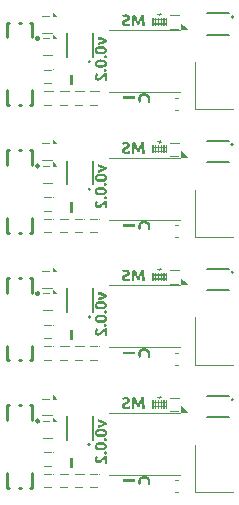
<source format=gbo>
G04 #@! TF.GenerationSoftware,KiCad,Pcbnew,9.0.0*
G04 #@! TF.CreationDate,2025-02-23T13:02:16-05:00*
G04 #@! TF.ProjectId,rp2350-decoder,72703233-3530-42d6-9465-636f6465722e,v0.0.2*
G04 #@! TF.SameCoordinates,Original*
G04 #@! TF.FileFunction,Legend,Bot*
G04 #@! TF.FilePolarity,Positive*
%FSLAX46Y46*%
G04 Gerber Fmt 4.6, Leading zero omitted, Abs format (unit mm)*
G04 Created by KiCad (PCBNEW 9.0.0) date 2025-02-23 13:02:16*
%MOMM*%
%LPD*%
G01*
G04 APERTURE LIST*
%ADD10C,0.200000*%
%ADD11C,0.180000*%
%ADD12C,0.120000*%
%ADD13C,0.100000*%
%ADD14C,0.250000*%
%ADD15C,0.225000*%
%ADD16C,0.150000*%
G04 APERTURE END LIST*
D10*
G36*
X35530844Y-43201129D02*
G01*
X35530844Y-43419360D01*
X36500000Y-43419360D01*
X36500000Y-43201129D01*
X35530844Y-43201129D01*
G37*
G36*
X37809539Y-54200689D02*
G01*
X37803514Y-54104666D01*
X37786505Y-54022563D01*
X37759669Y-53952262D01*
X37723530Y-53891995D01*
X37677953Y-53840431D01*
X37623902Y-53797831D01*
X37561015Y-53763817D01*
X37487944Y-53738454D01*
X37402984Y-53722358D01*
X37304139Y-53716661D01*
X37224594Y-53721104D01*
X37153348Y-53733883D01*
X37089328Y-53754397D01*
X37028617Y-53783241D01*
X36975677Y-53817751D01*
X36929715Y-53857956D01*
X36890000Y-53904305D01*
X36857144Y-53956319D01*
X36830980Y-54014637D01*
X36812529Y-54076109D01*
X36801249Y-54141671D01*
X36797397Y-54211925D01*
X36799782Y-54272031D01*
X36806495Y-54323849D01*
X36827500Y-54411959D01*
X36851985Y-54474913D01*
X36871585Y-54511305D01*
X37046280Y-54448352D01*
X37024747Y-54401258D01*
X37005675Y-54344121D01*
X36993300Y-54282370D01*
X36988883Y-54209116D01*
X36993095Y-54159353D01*
X37005797Y-54110442D01*
X37027666Y-54065136D01*
X37059958Y-54025079D01*
X37101605Y-53992367D01*
X37156372Y-53965606D01*
X37219117Y-53949274D01*
X37299926Y-53943257D01*
X37366131Y-53947027D01*
X37425956Y-53957912D01*
X37481028Y-53977507D01*
X37526584Y-54005478D01*
X37564019Y-54042974D01*
X37593445Y-54091574D01*
X37611495Y-54148261D01*
X37618053Y-54220290D01*
X37612496Y-54305592D01*
X37599185Y-54372758D01*
X37581660Y-54424538D01*
X37563464Y-54465143D01*
X37736755Y-54525288D01*
X37761742Y-54473730D01*
X37787130Y-54395168D01*
X37803579Y-54307615D01*
X37809539Y-54200689D01*
G37*
G36*
X37809539Y-32600689D02*
G01*
X37803514Y-32504666D01*
X37786505Y-32422563D01*
X37759669Y-32352262D01*
X37723530Y-32291995D01*
X37677953Y-32240431D01*
X37623902Y-32197831D01*
X37561015Y-32163817D01*
X37487944Y-32138454D01*
X37402984Y-32122358D01*
X37304139Y-32116661D01*
X37224594Y-32121104D01*
X37153348Y-32133883D01*
X37089328Y-32154397D01*
X37028617Y-32183241D01*
X36975677Y-32217751D01*
X36929715Y-32257956D01*
X36890000Y-32304305D01*
X36857144Y-32356319D01*
X36830980Y-32414637D01*
X36812529Y-32476109D01*
X36801249Y-32541671D01*
X36797397Y-32611925D01*
X36799782Y-32672031D01*
X36806495Y-32723849D01*
X36827500Y-32811959D01*
X36851985Y-32874913D01*
X36871585Y-32911305D01*
X37046280Y-32848352D01*
X37024747Y-32801258D01*
X37005675Y-32744121D01*
X36993300Y-32682370D01*
X36988883Y-32609116D01*
X36993095Y-32559353D01*
X37005797Y-32510442D01*
X37027666Y-32465136D01*
X37059958Y-32425079D01*
X37101605Y-32392367D01*
X37156372Y-32365606D01*
X37219117Y-32349274D01*
X37299926Y-32343257D01*
X37366131Y-32347027D01*
X37425956Y-32357912D01*
X37481028Y-32377507D01*
X37526584Y-32405478D01*
X37564019Y-32442974D01*
X37593445Y-32491574D01*
X37611495Y-32548261D01*
X37618053Y-32620290D01*
X37612496Y-32705592D01*
X37599185Y-32772758D01*
X37581660Y-32824538D01*
X37563464Y-32865143D01*
X37736755Y-32925288D01*
X37761742Y-32873730D01*
X37787130Y-32795168D01*
X37803579Y-32707615D01*
X37809539Y-32600689D01*
G37*
G36*
X35530844Y-21601129D02*
G01*
X35530844Y-21819360D01*
X36500000Y-21819360D01*
X36500000Y-21601129D01*
X35530844Y-21601129D01*
G37*
G36*
X35530844Y-32401129D02*
G01*
X35530844Y-32619360D01*
X36500000Y-32619360D01*
X36500000Y-32401129D01*
X35530844Y-32401129D01*
G37*
D11*
G36*
X38104816Y-15046552D02*
G01*
X38222358Y-15046552D01*
X38222358Y-14929071D01*
X38337030Y-14929071D01*
X38337030Y-15046552D01*
X38454572Y-15046552D01*
X38454572Y-14929071D01*
X38572113Y-14929071D01*
X38572113Y-15046552D01*
X38686785Y-15046552D01*
X38686785Y-14929071D01*
X38804327Y-14929071D01*
X38804327Y-15046552D01*
X38921869Y-15046552D01*
X38921869Y-14929071D01*
X39036541Y-14929071D01*
X39036541Y-15046552D01*
X39154083Y-15046552D01*
X39154083Y-14929071D01*
X39271625Y-14929071D01*
X39271625Y-15628583D01*
X39154083Y-15628583D01*
X39154083Y-15511041D01*
X39036541Y-15511041D01*
X39036541Y-15628583D01*
X38921869Y-15628583D01*
X38921869Y-15511041D01*
X38804327Y-15511041D01*
X38804327Y-15628583D01*
X38686785Y-15628583D01*
X38686785Y-15511041D01*
X38572113Y-15511041D01*
X38572113Y-15628583D01*
X38454572Y-15628583D01*
X38454572Y-15511041D01*
X38337030Y-15511041D01*
X38337030Y-15628583D01*
X38222358Y-15628583D01*
X38222358Y-15511041D01*
X38104816Y-15511041D01*
X38104816Y-15628583D01*
X37987274Y-15628583D01*
X37987274Y-15396308D01*
X38104816Y-15396308D01*
X38222358Y-15396308D01*
X38337030Y-15396308D01*
X38454572Y-15396308D01*
X38572113Y-15396308D01*
X38686785Y-15396308D01*
X38804327Y-15396308D01*
X38921869Y-15396308D01*
X39036541Y-15396308D01*
X39154083Y-15396308D01*
X39154083Y-15161285D01*
X39036541Y-15161285D01*
X39036541Y-15396308D01*
X38921869Y-15396308D01*
X38921869Y-15161285D01*
X38804327Y-15161285D01*
X38804327Y-15396308D01*
X38686785Y-15396308D01*
X38686785Y-15161285D01*
X38572113Y-15161285D01*
X38572113Y-15396308D01*
X38454572Y-15396308D01*
X38454572Y-15161285D01*
X38337030Y-15161285D01*
X38337030Y-15396308D01*
X38222358Y-15396308D01*
X38222358Y-15161285D01*
X38104816Y-15161285D01*
X38104816Y-15396308D01*
X37987274Y-15396308D01*
X37987274Y-14929071D01*
X38104816Y-14929071D01*
X38104816Y-15046552D01*
G37*
G36*
X38686785Y-14636652D02*
G01*
X38921869Y-14636652D01*
X38572113Y-14811530D01*
X38572113Y-14696796D01*
X38337030Y-14696796D01*
X38686785Y-14521919D01*
X38686785Y-14636652D01*
G37*
D10*
G36*
X34120000Y-38407739D02*
G01*
X33973704Y-38338206D01*
X33793203Y-38262964D01*
X33601273Y-38192678D01*
X33385317Y-38123745D01*
X33385317Y-38344785D01*
X33503347Y-38377636D01*
X33631819Y-38416837D01*
X33758215Y-38457442D01*
X33869895Y-38497315D01*
X33758215Y-38536455D01*
X33631819Y-38577732D01*
X33503347Y-38616872D01*
X33385317Y-38649783D01*
X33385317Y-38865206D01*
X33601273Y-38796273D01*
X33793203Y-38725987D01*
X33973704Y-38650745D01*
X34120000Y-38581212D01*
X34120000Y-38407739D01*
G37*
G36*
X33757789Y-38934082D02*
G01*
X33859636Y-38953093D01*
X33942175Y-38982203D01*
X34008686Y-39020178D01*
X34056401Y-39060851D01*
X34092532Y-39106081D01*
X34118274Y-39156433D01*
X34134064Y-39212923D01*
X34139539Y-39276938D01*
X34134063Y-39340954D01*
X34118273Y-39397437D01*
X34092530Y-39447776D01*
X34056400Y-39492988D01*
X34008686Y-39533637D01*
X33942171Y-39571639D01*
X33859630Y-39600768D01*
X33757785Y-39619790D01*
X33632796Y-39626694D01*
X33508559Y-39619804D01*
X33407156Y-39600803D01*
X33324813Y-39571678D01*
X33258311Y-39533637D01*
X33210571Y-39492984D01*
X33174424Y-39447771D01*
X33148671Y-39397432D01*
X33132874Y-39340950D01*
X33127397Y-39276938D01*
X33307159Y-39276938D01*
X33313241Y-39313327D01*
X33330912Y-39342639D01*
X33358481Y-39365768D01*
X33398018Y-39384649D01*
X33443555Y-39397538D01*
X33500722Y-39406997D01*
X33561706Y-39412172D01*
X33632796Y-39414019D01*
X33703921Y-39412178D01*
X33765542Y-39406997D01*
X33823309Y-39397523D01*
X33868979Y-39384649D01*
X33908464Y-39365772D01*
X33936024Y-39342639D01*
X33953695Y-39313327D01*
X33959776Y-39276938D01*
X33953672Y-39240661D01*
X33936024Y-39211908D01*
X33908558Y-39189202D01*
X33868979Y-39169899D01*
X33823272Y-39156511D01*
X33765542Y-39146818D01*
X33703922Y-39141682D01*
X33632796Y-39139857D01*
X33561706Y-39141688D01*
X33500722Y-39146818D01*
X33443593Y-39156495D01*
X33398018Y-39169899D01*
X33358386Y-39189206D01*
X33330912Y-39211908D01*
X33313263Y-39240661D01*
X33307159Y-39276938D01*
X33127397Y-39276938D01*
X33131260Y-39224612D01*
X33142522Y-39176833D01*
X33160980Y-39132835D01*
X33186433Y-39092433D01*
X33218873Y-39055682D01*
X33258982Y-39022315D01*
X33303579Y-38994799D01*
X33355956Y-38971149D01*
X33417191Y-38951668D01*
X33514784Y-38933673D01*
X33632796Y-38927182D01*
X33757789Y-38934082D01*
G37*
G36*
X34010579Y-39976083D02*
G01*
X34050775Y-39971270D01*
X34082087Y-39957871D01*
X34106627Y-39936211D01*
X34125039Y-39908209D01*
X34135882Y-39878379D01*
X34139539Y-39845963D01*
X34135882Y-39813546D01*
X34125039Y-39783717D01*
X34106627Y-39755715D01*
X34082087Y-39734055D01*
X34050775Y-39720656D01*
X34010579Y-39715842D01*
X33970384Y-39720657D01*
X33939095Y-39734057D01*
X33914591Y-39755715D01*
X33896143Y-39783721D01*
X33885281Y-39813550D01*
X33881618Y-39845963D01*
X33885281Y-39878376D01*
X33896143Y-39908205D01*
X33914591Y-39936211D01*
X33939095Y-39957869D01*
X33970384Y-39971268D01*
X34010579Y-39976083D01*
G37*
G36*
X33757789Y-40072254D02*
G01*
X33859636Y-40091265D01*
X33942175Y-40120374D01*
X34008686Y-40158349D01*
X34056401Y-40199023D01*
X34092532Y-40244253D01*
X34118274Y-40294605D01*
X34134064Y-40351095D01*
X34139539Y-40415110D01*
X34134063Y-40479125D01*
X34118273Y-40535609D01*
X34092530Y-40585948D01*
X34056400Y-40631159D01*
X34008686Y-40671809D01*
X33942171Y-40709811D01*
X33859630Y-40738939D01*
X33757785Y-40757962D01*
X33632796Y-40764865D01*
X33508559Y-40757975D01*
X33407156Y-40738975D01*
X33324813Y-40709849D01*
X33258311Y-40671809D01*
X33210571Y-40631156D01*
X33174424Y-40585943D01*
X33148671Y-40535604D01*
X33132874Y-40479122D01*
X33127397Y-40415110D01*
X33307159Y-40415110D01*
X33313241Y-40451499D01*
X33330912Y-40480811D01*
X33358481Y-40503940D01*
X33398018Y-40522821D01*
X33443555Y-40535710D01*
X33500722Y-40545169D01*
X33561706Y-40550343D01*
X33632796Y-40552191D01*
X33703921Y-40550349D01*
X33765542Y-40545169D01*
X33823309Y-40535694D01*
X33868979Y-40522821D01*
X33908464Y-40503943D01*
X33936024Y-40480811D01*
X33953695Y-40451499D01*
X33959776Y-40415110D01*
X33953672Y-40378833D01*
X33936024Y-40350080D01*
X33908558Y-40327374D01*
X33868979Y-40308070D01*
X33823272Y-40294683D01*
X33765542Y-40284989D01*
X33703922Y-40279854D01*
X33632796Y-40278028D01*
X33561706Y-40279860D01*
X33500722Y-40284989D01*
X33443593Y-40294667D01*
X33398018Y-40308070D01*
X33358386Y-40327377D01*
X33330912Y-40350080D01*
X33313263Y-40378833D01*
X33307159Y-40415110D01*
X33127397Y-40415110D01*
X33131260Y-40362784D01*
X33142522Y-40315004D01*
X33160980Y-40271006D01*
X33186433Y-40230605D01*
X33218873Y-40193853D01*
X33258982Y-40160487D01*
X33303579Y-40132971D01*
X33355956Y-40109320D01*
X33417191Y-40089839D01*
X33514784Y-40071845D01*
X33632796Y-40065354D01*
X33757789Y-40072254D01*
G37*
G36*
X34010579Y-41114255D02*
G01*
X34050775Y-41109442D01*
X34082087Y-41096043D01*
X34106627Y-41074382D01*
X34125039Y-41046380D01*
X34135882Y-41016551D01*
X34139539Y-40984134D01*
X34135882Y-40951718D01*
X34125039Y-40921889D01*
X34106627Y-40893887D01*
X34082087Y-40872226D01*
X34050775Y-40858827D01*
X34010579Y-40854014D01*
X33970384Y-40858829D01*
X33939095Y-40872229D01*
X33914591Y-40893887D01*
X33896143Y-40921893D01*
X33885281Y-40951722D01*
X33881618Y-40984134D01*
X33885281Y-41016547D01*
X33896143Y-41046376D01*
X33914591Y-41074382D01*
X33939095Y-41096040D01*
X33970384Y-41109440D01*
X34010579Y-41114255D01*
G37*
G36*
X33404307Y-41849853D02*
G01*
X33456373Y-41844606D01*
X33506400Y-41828848D01*
X33554149Y-41804939D01*
X33600800Y-41774321D01*
X33645107Y-41738862D01*
X33688239Y-41698728D01*
X33767923Y-41616235D01*
X33812009Y-41570745D01*
X33861652Y-41523911D01*
X33908485Y-41484038D01*
X33929742Y-41468989D01*
X33944145Y-41462362D01*
X33944145Y-41879284D01*
X34120000Y-41879284D01*
X34120000Y-41232896D01*
X34080860Y-41230087D01*
X34047276Y-41230087D01*
X33982062Y-41235658D01*
X33924178Y-41251764D01*
X33870074Y-41276841D01*
X33819947Y-41308489D01*
X33773340Y-41345644D01*
X33729699Y-41387502D01*
X33645741Y-41474940D01*
X33584863Y-41537894D01*
X33528932Y-41589674D01*
X33501079Y-41609982D01*
X33474344Y-41624661D01*
X33446638Y-41634150D01*
X33419084Y-41637240D01*
X33379704Y-41632762D01*
X33351821Y-41620812D01*
X33332377Y-41602252D01*
X33313760Y-41564071D01*
X33307159Y-41515485D01*
X33310191Y-41478632D01*
X33319066Y-41444838D01*
X33347093Y-41384693D01*
X33379272Y-41337798D01*
X33405101Y-41308428D01*
X33258921Y-41204930D01*
X33206981Y-41270981D01*
X33164460Y-41348301D01*
X33143955Y-41403909D01*
X33131584Y-41462238D01*
X33127397Y-41523911D01*
X33132659Y-41605935D01*
X33146997Y-41670762D01*
X33171222Y-41728090D01*
X33202196Y-41772184D01*
X33241611Y-41806743D01*
X33288902Y-41830924D01*
X33342069Y-41844921D01*
X33404307Y-41849853D01*
G37*
D11*
G36*
X37055744Y-25475844D02*
G01*
X36997737Y-25589966D01*
X36929165Y-25737001D01*
X36858518Y-25898750D01*
X36792756Y-26054211D01*
X36726993Y-25898750D01*
X36656346Y-25737001D01*
X36587775Y-25589966D01*
X36529706Y-25475844D01*
X36331076Y-25475844D01*
X36305186Y-25691938D01*
X36284242Y-25940882D01*
X36267450Y-26200268D01*
X36254139Y-26445000D01*
X36466753Y-26445000D01*
X36477988Y-26137376D01*
X36498932Y-25801786D01*
X36554924Y-25932334D01*
X36615802Y-26075460D01*
X36673810Y-26212297D01*
X36721376Y-26323855D01*
X36873905Y-26323855D01*
X36921472Y-26212297D01*
X36979540Y-26075460D01*
X37040418Y-25932334D01*
X37096350Y-25801786D01*
X37117355Y-26137376D01*
X37128529Y-26445000D01*
X37341142Y-26445000D01*
X37327831Y-26200268D01*
X37311100Y-25940882D01*
X37290095Y-25691938D01*
X37264206Y-25475844D01*
X37055744Y-25475844D01*
G37*
G36*
X35793375Y-26276960D02*
G01*
X35749248Y-26274846D01*
X35717171Y-26269328D01*
X35689033Y-26259801D01*
X35668872Y-26248384D01*
X35653249Y-26233632D01*
X35643715Y-26217060D01*
X35636693Y-26176577D01*
X35641503Y-26147237D01*
X35655908Y-26121378D01*
X35681451Y-26097869D01*
X35735118Y-26068448D01*
X35835324Y-26030092D01*
X35930456Y-25991624D01*
X35975801Y-25967013D01*
X36015819Y-25937096D01*
X36049891Y-25900987D01*
X36077368Y-25857412D01*
X36094806Y-25807227D01*
X36101121Y-25743351D01*
X36094640Y-25678599D01*
X36075964Y-25622329D01*
X36045521Y-25572518D01*
X36004584Y-25530737D01*
X35954512Y-25497838D01*
X35892660Y-25472669D01*
X35824417Y-25457700D01*
X35744404Y-25452397D01*
X35650070Y-25458034D01*
X35575144Y-25473401D01*
X35507389Y-25496474D01*
X35457602Y-25519563D01*
X35520556Y-25693098D01*
X35562604Y-25673698D01*
X35610804Y-25656095D01*
X35663233Y-25644320D01*
X35730360Y-25639975D01*
X35782732Y-25642990D01*
X35818910Y-25650709D01*
X35843017Y-25661591D01*
X35861934Y-25678406D01*
X35873257Y-25699949D01*
X35877273Y-25727780D01*
X35873980Y-25752706D01*
X35864694Y-25772416D01*
X35849972Y-25789235D01*
X35829035Y-25805205D01*
X35775912Y-25831706D01*
X35709417Y-25856191D01*
X35577953Y-25911451D01*
X35525629Y-25941704D01*
X35484896Y-25975076D01*
X35452572Y-26014533D01*
X35429636Y-26060378D01*
X35416342Y-26112284D01*
X35411440Y-26179202D01*
X35417817Y-26245380D01*
X35435949Y-26301266D01*
X35465289Y-26348932D01*
X35506573Y-26389740D01*
X35555229Y-26420086D01*
X35617176Y-26443486D01*
X35695381Y-26458898D01*
X35793375Y-26464539D01*
X35856174Y-26462509D01*
X35909513Y-26456845D01*
X36001104Y-26437978D01*
X36069675Y-26414164D01*
X36117913Y-26390350D01*
X36056364Y-26215411D01*
X36010023Y-26237123D01*
X35949385Y-26258093D01*
X35881920Y-26271824D01*
X35793375Y-26276960D01*
G37*
D10*
G36*
X34120000Y-49207739D02*
G01*
X33973704Y-49138206D01*
X33793203Y-49062964D01*
X33601273Y-48992678D01*
X33385317Y-48923745D01*
X33385317Y-49144785D01*
X33503347Y-49177636D01*
X33631819Y-49216837D01*
X33758215Y-49257442D01*
X33869895Y-49297315D01*
X33758215Y-49336455D01*
X33631819Y-49377732D01*
X33503347Y-49416872D01*
X33385317Y-49449783D01*
X33385317Y-49665206D01*
X33601273Y-49596273D01*
X33793203Y-49525987D01*
X33973704Y-49450745D01*
X34120000Y-49381212D01*
X34120000Y-49207739D01*
G37*
G36*
X33757789Y-49734082D02*
G01*
X33859636Y-49753093D01*
X33942175Y-49782203D01*
X34008686Y-49820178D01*
X34056401Y-49860851D01*
X34092532Y-49906081D01*
X34118274Y-49956433D01*
X34134064Y-50012923D01*
X34139539Y-50076938D01*
X34134063Y-50140954D01*
X34118273Y-50197437D01*
X34092530Y-50247776D01*
X34056400Y-50292988D01*
X34008686Y-50333637D01*
X33942171Y-50371639D01*
X33859630Y-50400768D01*
X33757785Y-50419790D01*
X33632796Y-50426694D01*
X33508559Y-50419804D01*
X33407156Y-50400803D01*
X33324813Y-50371678D01*
X33258311Y-50333637D01*
X33210571Y-50292984D01*
X33174424Y-50247771D01*
X33148671Y-50197432D01*
X33132874Y-50140950D01*
X33127397Y-50076938D01*
X33307159Y-50076938D01*
X33313241Y-50113327D01*
X33330912Y-50142639D01*
X33358481Y-50165768D01*
X33398018Y-50184649D01*
X33443555Y-50197538D01*
X33500722Y-50206997D01*
X33561706Y-50212172D01*
X33632796Y-50214019D01*
X33703921Y-50212178D01*
X33765542Y-50206997D01*
X33823309Y-50197523D01*
X33868979Y-50184649D01*
X33908464Y-50165772D01*
X33936024Y-50142639D01*
X33953695Y-50113327D01*
X33959776Y-50076938D01*
X33953672Y-50040661D01*
X33936024Y-50011908D01*
X33908558Y-49989202D01*
X33868979Y-49969899D01*
X33823272Y-49956511D01*
X33765542Y-49946818D01*
X33703922Y-49941682D01*
X33632796Y-49939857D01*
X33561706Y-49941688D01*
X33500722Y-49946818D01*
X33443593Y-49956495D01*
X33398018Y-49969899D01*
X33358386Y-49989206D01*
X33330912Y-50011908D01*
X33313263Y-50040661D01*
X33307159Y-50076938D01*
X33127397Y-50076938D01*
X33131260Y-50024612D01*
X33142522Y-49976833D01*
X33160980Y-49932835D01*
X33186433Y-49892433D01*
X33218873Y-49855682D01*
X33258982Y-49822315D01*
X33303579Y-49794799D01*
X33355956Y-49771149D01*
X33417191Y-49751668D01*
X33514784Y-49733673D01*
X33632796Y-49727182D01*
X33757789Y-49734082D01*
G37*
G36*
X34010579Y-50776083D02*
G01*
X34050775Y-50771270D01*
X34082087Y-50757871D01*
X34106627Y-50736211D01*
X34125039Y-50708209D01*
X34135882Y-50678379D01*
X34139539Y-50645963D01*
X34135882Y-50613546D01*
X34125039Y-50583717D01*
X34106627Y-50555715D01*
X34082087Y-50534055D01*
X34050775Y-50520656D01*
X34010579Y-50515842D01*
X33970384Y-50520657D01*
X33939095Y-50534057D01*
X33914591Y-50555715D01*
X33896143Y-50583721D01*
X33885281Y-50613550D01*
X33881618Y-50645963D01*
X33885281Y-50678376D01*
X33896143Y-50708205D01*
X33914591Y-50736211D01*
X33939095Y-50757869D01*
X33970384Y-50771268D01*
X34010579Y-50776083D01*
G37*
G36*
X33757789Y-50872254D02*
G01*
X33859636Y-50891265D01*
X33942175Y-50920374D01*
X34008686Y-50958349D01*
X34056401Y-50999023D01*
X34092532Y-51044253D01*
X34118274Y-51094605D01*
X34134064Y-51151095D01*
X34139539Y-51215110D01*
X34134063Y-51279125D01*
X34118273Y-51335609D01*
X34092530Y-51385948D01*
X34056400Y-51431159D01*
X34008686Y-51471809D01*
X33942171Y-51509811D01*
X33859630Y-51538939D01*
X33757785Y-51557962D01*
X33632796Y-51564865D01*
X33508559Y-51557975D01*
X33407156Y-51538975D01*
X33324813Y-51509849D01*
X33258311Y-51471809D01*
X33210571Y-51431156D01*
X33174424Y-51385943D01*
X33148671Y-51335604D01*
X33132874Y-51279122D01*
X33127397Y-51215110D01*
X33307159Y-51215110D01*
X33313241Y-51251499D01*
X33330912Y-51280811D01*
X33358481Y-51303940D01*
X33398018Y-51322821D01*
X33443555Y-51335710D01*
X33500722Y-51345169D01*
X33561706Y-51350343D01*
X33632796Y-51352191D01*
X33703921Y-51350349D01*
X33765542Y-51345169D01*
X33823309Y-51335694D01*
X33868979Y-51322821D01*
X33908464Y-51303943D01*
X33936024Y-51280811D01*
X33953695Y-51251499D01*
X33959776Y-51215110D01*
X33953672Y-51178833D01*
X33936024Y-51150080D01*
X33908558Y-51127374D01*
X33868979Y-51108070D01*
X33823272Y-51094683D01*
X33765542Y-51084989D01*
X33703922Y-51079854D01*
X33632796Y-51078028D01*
X33561706Y-51079860D01*
X33500722Y-51084989D01*
X33443593Y-51094667D01*
X33398018Y-51108070D01*
X33358386Y-51127377D01*
X33330912Y-51150080D01*
X33313263Y-51178833D01*
X33307159Y-51215110D01*
X33127397Y-51215110D01*
X33131260Y-51162784D01*
X33142522Y-51115004D01*
X33160980Y-51071006D01*
X33186433Y-51030605D01*
X33218873Y-50993853D01*
X33258982Y-50960487D01*
X33303579Y-50932971D01*
X33355956Y-50909320D01*
X33417191Y-50889839D01*
X33514784Y-50871845D01*
X33632796Y-50865354D01*
X33757789Y-50872254D01*
G37*
G36*
X34010579Y-51914255D02*
G01*
X34050775Y-51909442D01*
X34082087Y-51896043D01*
X34106627Y-51874382D01*
X34125039Y-51846380D01*
X34135882Y-51816551D01*
X34139539Y-51784134D01*
X34135882Y-51751718D01*
X34125039Y-51721889D01*
X34106627Y-51693887D01*
X34082087Y-51672226D01*
X34050775Y-51658827D01*
X34010579Y-51654014D01*
X33970384Y-51658829D01*
X33939095Y-51672229D01*
X33914591Y-51693887D01*
X33896143Y-51721893D01*
X33885281Y-51751722D01*
X33881618Y-51784134D01*
X33885281Y-51816547D01*
X33896143Y-51846376D01*
X33914591Y-51874382D01*
X33939095Y-51896040D01*
X33970384Y-51909440D01*
X34010579Y-51914255D01*
G37*
G36*
X33404307Y-52649853D02*
G01*
X33456373Y-52644606D01*
X33506400Y-52628848D01*
X33554149Y-52604939D01*
X33600800Y-52574321D01*
X33645107Y-52538862D01*
X33688239Y-52498728D01*
X33767923Y-52416235D01*
X33812009Y-52370745D01*
X33861652Y-52323911D01*
X33908485Y-52284038D01*
X33929742Y-52268989D01*
X33944145Y-52262362D01*
X33944145Y-52679284D01*
X34120000Y-52679284D01*
X34120000Y-52032896D01*
X34080860Y-52030087D01*
X34047276Y-52030087D01*
X33982062Y-52035658D01*
X33924178Y-52051764D01*
X33870074Y-52076841D01*
X33819947Y-52108489D01*
X33773340Y-52145644D01*
X33729699Y-52187502D01*
X33645741Y-52274940D01*
X33584863Y-52337894D01*
X33528932Y-52389674D01*
X33501079Y-52409982D01*
X33474344Y-52424661D01*
X33446638Y-52434150D01*
X33419084Y-52437240D01*
X33379704Y-52432762D01*
X33351821Y-52420812D01*
X33332377Y-52402252D01*
X33313760Y-52364071D01*
X33307159Y-52315485D01*
X33310191Y-52278632D01*
X33319066Y-52244838D01*
X33347093Y-52184693D01*
X33379272Y-52137798D01*
X33405101Y-52108428D01*
X33258921Y-52004930D01*
X33206981Y-52070981D01*
X33164460Y-52148301D01*
X33143955Y-52203909D01*
X33131584Y-52262238D01*
X33127397Y-52323911D01*
X33132659Y-52405935D01*
X33146997Y-52470762D01*
X33171222Y-52528090D01*
X33202196Y-52572184D01*
X33241611Y-52606743D01*
X33288902Y-52630924D01*
X33342069Y-52644921D01*
X33404307Y-52649853D01*
G37*
G36*
X34120000Y-16807739D02*
G01*
X33973704Y-16738206D01*
X33793203Y-16662964D01*
X33601273Y-16592678D01*
X33385317Y-16523745D01*
X33385317Y-16744785D01*
X33503347Y-16777636D01*
X33631819Y-16816837D01*
X33758215Y-16857442D01*
X33869895Y-16897315D01*
X33758215Y-16936455D01*
X33631819Y-16977732D01*
X33503347Y-17016872D01*
X33385317Y-17049783D01*
X33385317Y-17265206D01*
X33601273Y-17196273D01*
X33793203Y-17125987D01*
X33973704Y-17050745D01*
X34120000Y-16981212D01*
X34120000Y-16807739D01*
G37*
G36*
X33757789Y-17334082D02*
G01*
X33859636Y-17353093D01*
X33942175Y-17382203D01*
X34008686Y-17420178D01*
X34056401Y-17460851D01*
X34092532Y-17506081D01*
X34118274Y-17556433D01*
X34134064Y-17612923D01*
X34139539Y-17676938D01*
X34134063Y-17740954D01*
X34118273Y-17797437D01*
X34092530Y-17847776D01*
X34056400Y-17892988D01*
X34008686Y-17933637D01*
X33942171Y-17971639D01*
X33859630Y-18000768D01*
X33757785Y-18019790D01*
X33632796Y-18026694D01*
X33508559Y-18019804D01*
X33407156Y-18000803D01*
X33324813Y-17971678D01*
X33258311Y-17933637D01*
X33210571Y-17892984D01*
X33174424Y-17847771D01*
X33148671Y-17797432D01*
X33132874Y-17740950D01*
X33127397Y-17676938D01*
X33307159Y-17676938D01*
X33313241Y-17713327D01*
X33330912Y-17742639D01*
X33358481Y-17765768D01*
X33398018Y-17784649D01*
X33443555Y-17797538D01*
X33500722Y-17806997D01*
X33561706Y-17812172D01*
X33632796Y-17814019D01*
X33703921Y-17812178D01*
X33765542Y-17806997D01*
X33823309Y-17797523D01*
X33868979Y-17784649D01*
X33908464Y-17765772D01*
X33936024Y-17742639D01*
X33953695Y-17713327D01*
X33959776Y-17676938D01*
X33953672Y-17640661D01*
X33936024Y-17611908D01*
X33908558Y-17589202D01*
X33868979Y-17569899D01*
X33823272Y-17556511D01*
X33765542Y-17546818D01*
X33703922Y-17541682D01*
X33632796Y-17539857D01*
X33561706Y-17541688D01*
X33500722Y-17546818D01*
X33443593Y-17556495D01*
X33398018Y-17569899D01*
X33358386Y-17589206D01*
X33330912Y-17611908D01*
X33313263Y-17640661D01*
X33307159Y-17676938D01*
X33127397Y-17676938D01*
X33131260Y-17624612D01*
X33142522Y-17576833D01*
X33160980Y-17532835D01*
X33186433Y-17492433D01*
X33218873Y-17455682D01*
X33258982Y-17422315D01*
X33303579Y-17394799D01*
X33355956Y-17371149D01*
X33417191Y-17351668D01*
X33514784Y-17333673D01*
X33632796Y-17327182D01*
X33757789Y-17334082D01*
G37*
G36*
X34010579Y-18376083D02*
G01*
X34050775Y-18371270D01*
X34082087Y-18357871D01*
X34106627Y-18336211D01*
X34125039Y-18308209D01*
X34135882Y-18278379D01*
X34139539Y-18245963D01*
X34135882Y-18213546D01*
X34125039Y-18183717D01*
X34106627Y-18155715D01*
X34082087Y-18134055D01*
X34050775Y-18120656D01*
X34010579Y-18115842D01*
X33970384Y-18120657D01*
X33939095Y-18134057D01*
X33914591Y-18155715D01*
X33896143Y-18183721D01*
X33885281Y-18213550D01*
X33881618Y-18245963D01*
X33885281Y-18278376D01*
X33896143Y-18308205D01*
X33914591Y-18336211D01*
X33939095Y-18357869D01*
X33970384Y-18371268D01*
X34010579Y-18376083D01*
G37*
G36*
X33757789Y-18472254D02*
G01*
X33859636Y-18491265D01*
X33942175Y-18520374D01*
X34008686Y-18558349D01*
X34056401Y-18599023D01*
X34092532Y-18644253D01*
X34118274Y-18694605D01*
X34134064Y-18751095D01*
X34139539Y-18815110D01*
X34134063Y-18879125D01*
X34118273Y-18935609D01*
X34092530Y-18985948D01*
X34056400Y-19031159D01*
X34008686Y-19071809D01*
X33942171Y-19109811D01*
X33859630Y-19138939D01*
X33757785Y-19157962D01*
X33632796Y-19164865D01*
X33508559Y-19157975D01*
X33407156Y-19138975D01*
X33324813Y-19109849D01*
X33258311Y-19071809D01*
X33210571Y-19031156D01*
X33174424Y-18985943D01*
X33148671Y-18935604D01*
X33132874Y-18879122D01*
X33127397Y-18815110D01*
X33307159Y-18815110D01*
X33313241Y-18851499D01*
X33330912Y-18880811D01*
X33358481Y-18903940D01*
X33398018Y-18922821D01*
X33443555Y-18935710D01*
X33500722Y-18945169D01*
X33561706Y-18950343D01*
X33632796Y-18952191D01*
X33703921Y-18950349D01*
X33765542Y-18945169D01*
X33823309Y-18935694D01*
X33868979Y-18922821D01*
X33908464Y-18903943D01*
X33936024Y-18880811D01*
X33953695Y-18851499D01*
X33959776Y-18815110D01*
X33953672Y-18778833D01*
X33936024Y-18750080D01*
X33908558Y-18727374D01*
X33868979Y-18708070D01*
X33823272Y-18694683D01*
X33765542Y-18684989D01*
X33703922Y-18679854D01*
X33632796Y-18678028D01*
X33561706Y-18679860D01*
X33500722Y-18684989D01*
X33443593Y-18694667D01*
X33398018Y-18708070D01*
X33358386Y-18727377D01*
X33330912Y-18750080D01*
X33313263Y-18778833D01*
X33307159Y-18815110D01*
X33127397Y-18815110D01*
X33131260Y-18762784D01*
X33142522Y-18715004D01*
X33160980Y-18671006D01*
X33186433Y-18630605D01*
X33218873Y-18593853D01*
X33258982Y-18560487D01*
X33303579Y-18532971D01*
X33355956Y-18509320D01*
X33417191Y-18489839D01*
X33514784Y-18471845D01*
X33632796Y-18465354D01*
X33757789Y-18472254D01*
G37*
G36*
X34010579Y-19514255D02*
G01*
X34050775Y-19509442D01*
X34082087Y-19496043D01*
X34106627Y-19474382D01*
X34125039Y-19446380D01*
X34135882Y-19416551D01*
X34139539Y-19384134D01*
X34135882Y-19351718D01*
X34125039Y-19321889D01*
X34106627Y-19293887D01*
X34082087Y-19272226D01*
X34050775Y-19258827D01*
X34010579Y-19254014D01*
X33970384Y-19258829D01*
X33939095Y-19272229D01*
X33914591Y-19293887D01*
X33896143Y-19321893D01*
X33885281Y-19351722D01*
X33881618Y-19384134D01*
X33885281Y-19416547D01*
X33896143Y-19446376D01*
X33914591Y-19474382D01*
X33939095Y-19496040D01*
X33970384Y-19509440D01*
X34010579Y-19514255D01*
G37*
G36*
X33404307Y-20249853D02*
G01*
X33456373Y-20244606D01*
X33506400Y-20228848D01*
X33554149Y-20204939D01*
X33600800Y-20174321D01*
X33645107Y-20138862D01*
X33688239Y-20098728D01*
X33767923Y-20016235D01*
X33812009Y-19970745D01*
X33861652Y-19923911D01*
X33908485Y-19884038D01*
X33929742Y-19868989D01*
X33944145Y-19862362D01*
X33944145Y-20279284D01*
X34120000Y-20279284D01*
X34120000Y-19632896D01*
X34080860Y-19630087D01*
X34047276Y-19630087D01*
X33982062Y-19635658D01*
X33924178Y-19651764D01*
X33870074Y-19676841D01*
X33819947Y-19708489D01*
X33773340Y-19745644D01*
X33729699Y-19787502D01*
X33645741Y-19874940D01*
X33584863Y-19937894D01*
X33528932Y-19989674D01*
X33501079Y-20009982D01*
X33474344Y-20024661D01*
X33446638Y-20034150D01*
X33419084Y-20037240D01*
X33379704Y-20032762D01*
X33351821Y-20020812D01*
X33332377Y-20002252D01*
X33313760Y-19964071D01*
X33307159Y-19915485D01*
X33310191Y-19878632D01*
X33319066Y-19844838D01*
X33347093Y-19784693D01*
X33379272Y-19737798D01*
X33405101Y-19708428D01*
X33258921Y-19604930D01*
X33206981Y-19670981D01*
X33164460Y-19748301D01*
X33143955Y-19803909D01*
X33131584Y-19862238D01*
X33127397Y-19923911D01*
X33132659Y-20005935D01*
X33146997Y-20070762D01*
X33171222Y-20128090D01*
X33202196Y-20172184D01*
X33241611Y-20206743D01*
X33288902Y-20230924D01*
X33342069Y-20244921D01*
X33404307Y-20249853D01*
G37*
D11*
G36*
X37055744Y-36275844D02*
G01*
X36997737Y-36389966D01*
X36929165Y-36537001D01*
X36858518Y-36698750D01*
X36792756Y-36854211D01*
X36726993Y-36698750D01*
X36656346Y-36537001D01*
X36587775Y-36389966D01*
X36529706Y-36275844D01*
X36331076Y-36275844D01*
X36305186Y-36491938D01*
X36284242Y-36740882D01*
X36267450Y-37000268D01*
X36254139Y-37245000D01*
X36466753Y-37245000D01*
X36477988Y-36937376D01*
X36498932Y-36601786D01*
X36554924Y-36732334D01*
X36615802Y-36875460D01*
X36673810Y-37012297D01*
X36721376Y-37123855D01*
X36873905Y-37123855D01*
X36921472Y-37012297D01*
X36979540Y-36875460D01*
X37040418Y-36732334D01*
X37096350Y-36601786D01*
X37117355Y-36937376D01*
X37128529Y-37245000D01*
X37341142Y-37245000D01*
X37327831Y-37000268D01*
X37311100Y-36740882D01*
X37290095Y-36491938D01*
X37264206Y-36275844D01*
X37055744Y-36275844D01*
G37*
G36*
X35793375Y-37076960D02*
G01*
X35749248Y-37074846D01*
X35717171Y-37069328D01*
X35689033Y-37059801D01*
X35668872Y-37048384D01*
X35653249Y-37033632D01*
X35643715Y-37017060D01*
X35636693Y-36976577D01*
X35641503Y-36947237D01*
X35655908Y-36921378D01*
X35681451Y-36897869D01*
X35735118Y-36868448D01*
X35835324Y-36830092D01*
X35930456Y-36791624D01*
X35975801Y-36767013D01*
X36015819Y-36737096D01*
X36049891Y-36700987D01*
X36077368Y-36657412D01*
X36094806Y-36607227D01*
X36101121Y-36543351D01*
X36094640Y-36478599D01*
X36075964Y-36422329D01*
X36045521Y-36372518D01*
X36004584Y-36330737D01*
X35954512Y-36297838D01*
X35892660Y-36272669D01*
X35824417Y-36257700D01*
X35744404Y-36252397D01*
X35650070Y-36258034D01*
X35575144Y-36273401D01*
X35507389Y-36296474D01*
X35457602Y-36319563D01*
X35520556Y-36493098D01*
X35562604Y-36473698D01*
X35610804Y-36456095D01*
X35663233Y-36444320D01*
X35730360Y-36439975D01*
X35782732Y-36442990D01*
X35818910Y-36450709D01*
X35843017Y-36461591D01*
X35861934Y-36478406D01*
X35873257Y-36499949D01*
X35877273Y-36527780D01*
X35873980Y-36552706D01*
X35864694Y-36572416D01*
X35849972Y-36589235D01*
X35829035Y-36605205D01*
X35775912Y-36631706D01*
X35709417Y-36656191D01*
X35577953Y-36711451D01*
X35525629Y-36741704D01*
X35484896Y-36775076D01*
X35452572Y-36814533D01*
X35429636Y-36860378D01*
X35416342Y-36912284D01*
X35411440Y-36979202D01*
X35417817Y-37045380D01*
X35435949Y-37101266D01*
X35465289Y-37148932D01*
X35506573Y-37189740D01*
X35555229Y-37220086D01*
X35617176Y-37243486D01*
X35695381Y-37258898D01*
X35793375Y-37264539D01*
X35856174Y-37262509D01*
X35909513Y-37256845D01*
X36001104Y-37237978D01*
X36069675Y-37214164D01*
X36117913Y-37190350D01*
X36056364Y-37015411D01*
X36010023Y-37037123D01*
X35949385Y-37058093D01*
X35881920Y-37071824D01*
X35793375Y-37076960D01*
G37*
G36*
X38104816Y-36646552D02*
G01*
X38222358Y-36646552D01*
X38222358Y-36529071D01*
X38337030Y-36529071D01*
X38337030Y-36646552D01*
X38454572Y-36646552D01*
X38454572Y-36529071D01*
X38572113Y-36529071D01*
X38572113Y-36646552D01*
X38686785Y-36646552D01*
X38686785Y-36529071D01*
X38804327Y-36529071D01*
X38804327Y-36646552D01*
X38921869Y-36646552D01*
X38921869Y-36529071D01*
X39036541Y-36529071D01*
X39036541Y-36646552D01*
X39154083Y-36646552D01*
X39154083Y-36529071D01*
X39271625Y-36529071D01*
X39271625Y-37228583D01*
X39154083Y-37228583D01*
X39154083Y-37111041D01*
X39036541Y-37111041D01*
X39036541Y-37228583D01*
X38921869Y-37228583D01*
X38921869Y-37111041D01*
X38804327Y-37111041D01*
X38804327Y-37228583D01*
X38686785Y-37228583D01*
X38686785Y-37111041D01*
X38572113Y-37111041D01*
X38572113Y-37228583D01*
X38454572Y-37228583D01*
X38454572Y-37111041D01*
X38337030Y-37111041D01*
X38337030Y-37228583D01*
X38222358Y-37228583D01*
X38222358Y-37111041D01*
X38104816Y-37111041D01*
X38104816Y-37228583D01*
X37987274Y-37228583D01*
X37987274Y-36996308D01*
X38104816Y-36996308D01*
X38222358Y-36996308D01*
X38337030Y-36996308D01*
X38454572Y-36996308D01*
X38572113Y-36996308D01*
X38686785Y-36996308D01*
X38804327Y-36996308D01*
X38921869Y-36996308D01*
X39036541Y-36996308D01*
X39154083Y-36996308D01*
X39154083Y-36761285D01*
X39036541Y-36761285D01*
X39036541Y-36996308D01*
X38921869Y-36996308D01*
X38921869Y-36761285D01*
X38804327Y-36761285D01*
X38804327Y-36996308D01*
X38686785Y-36996308D01*
X38686785Y-36761285D01*
X38572113Y-36761285D01*
X38572113Y-36996308D01*
X38454572Y-36996308D01*
X38454572Y-36761285D01*
X38337030Y-36761285D01*
X38337030Y-36996308D01*
X38222358Y-36996308D01*
X38222358Y-36761285D01*
X38104816Y-36761285D01*
X38104816Y-36996308D01*
X37987274Y-36996308D01*
X37987274Y-36529071D01*
X38104816Y-36529071D01*
X38104816Y-36646552D01*
G37*
G36*
X38686785Y-36236652D02*
G01*
X38921869Y-36236652D01*
X38572113Y-36411530D01*
X38572113Y-36296796D01*
X38337030Y-36296796D01*
X38686785Y-36121919D01*
X38686785Y-36236652D01*
G37*
G36*
X38104816Y-25846552D02*
G01*
X38222358Y-25846552D01*
X38222358Y-25729071D01*
X38337030Y-25729071D01*
X38337030Y-25846552D01*
X38454572Y-25846552D01*
X38454572Y-25729071D01*
X38572113Y-25729071D01*
X38572113Y-25846552D01*
X38686785Y-25846552D01*
X38686785Y-25729071D01*
X38804327Y-25729071D01*
X38804327Y-25846552D01*
X38921869Y-25846552D01*
X38921869Y-25729071D01*
X39036541Y-25729071D01*
X39036541Y-25846552D01*
X39154083Y-25846552D01*
X39154083Y-25729071D01*
X39271625Y-25729071D01*
X39271625Y-26428583D01*
X39154083Y-26428583D01*
X39154083Y-26311041D01*
X39036541Y-26311041D01*
X39036541Y-26428583D01*
X38921869Y-26428583D01*
X38921869Y-26311041D01*
X38804327Y-26311041D01*
X38804327Y-26428583D01*
X38686785Y-26428583D01*
X38686785Y-26311041D01*
X38572113Y-26311041D01*
X38572113Y-26428583D01*
X38454572Y-26428583D01*
X38454572Y-26311041D01*
X38337030Y-26311041D01*
X38337030Y-26428583D01*
X38222358Y-26428583D01*
X38222358Y-26311041D01*
X38104816Y-26311041D01*
X38104816Y-26428583D01*
X37987274Y-26428583D01*
X37987274Y-26196308D01*
X38104816Y-26196308D01*
X38222358Y-26196308D01*
X38337030Y-26196308D01*
X38454572Y-26196308D01*
X38572113Y-26196308D01*
X38686785Y-26196308D01*
X38804327Y-26196308D01*
X38921869Y-26196308D01*
X39036541Y-26196308D01*
X39154083Y-26196308D01*
X39154083Y-25961285D01*
X39036541Y-25961285D01*
X39036541Y-26196308D01*
X38921869Y-26196308D01*
X38921869Y-25961285D01*
X38804327Y-25961285D01*
X38804327Y-26196308D01*
X38686785Y-26196308D01*
X38686785Y-25961285D01*
X38572113Y-25961285D01*
X38572113Y-26196308D01*
X38454572Y-26196308D01*
X38454572Y-25961285D01*
X38337030Y-25961285D01*
X38337030Y-26196308D01*
X38222358Y-26196308D01*
X38222358Y-25961285D01*
X38104816Y-25961285D01*
X38104816Y-26196308D01*
X37987274Y-26196308D01*
X37987274Y-25729071D01*
X38104816Y-25729071D01*
X38104816Y-25846552D01*
G37*
G36*
X38686785Y-25436652D02*
G01*
X38921869Y-25436652D01*
X38572113Y-25611530D01*
X38572113Y-25496796D01*
X38337030Y-25496796D01*
X38686785Y-25321919D01*
X38686785Y-25436652D01*
G37*
D10*
G36*
X37809539Y-43400689D02*
G01*
X37803514Y-43304666D01*
X37786505Y-43222563D01*
X37759669Y-43152262D01*
X37723530Y-43091995D01*
X37677953Y-43040431D01*
X37623902Y-42997831D01*
X37561015Y-42963817D01*
X37487944Y-42938454D01*
X37402984Y-42922358D01*
X37304139Y-42916661D01*
X37224594Y-42921104D01*
X37153348Y-42933883D01*
X37089328Y-42954397D01*
X37028617Y-42983241D01*
X36975677Y-43017751D01*
X36929715Y-43057956D01*
X36890000Y-43104305D01*
X36857144Y-43156319D01*
X36830980Y-43214637D01*
X36812529Y-43276109D01*
X36801249Y-43341671D01*
X36797397Y-43411925D01*
X36799782Y-43472031D01*
X36806495Y-43523849D01*
X36827500Y-43611959D01*
X36851985Y-43674913D01*
X36871585Y-43711305D01*
X37046280Y-43648352D01*
X37024747Y-43601258D01*
X37005675Y-43544121D01*
X36993300Y-43482370D01*
X36988883Y-43409116D01*
X36993095Y-43359353D01*
X37005797Y-43310442D01*
X37027666Y-43265136D01*
X37059958Y-43225079D01*
X37101605Y-43192367D01*
X37156372Y-43165606D01*
X37219117Y-43149274D01*
X37299926Y-43143257D01*
X37366131Y-43147027D01*
X37425956Y-43157912D01*
X37481028Y-43177507D01*
X37526584Y-43205478D01*
X37564019Y-43242974D01*
X37593445Y-43291574D01*
X37611495Y-43348261D01*
X37618053Y-43420290D01*
X37612496Y-43505592D01*
X37599185Y-43572758D01*
X37581660Y-43624538D01*
X37563464Y-43665143D01*
X37736755Y-43725288D01*
X37761742Y-43673730D01*
X37787130Y-43595168D01*
X37803579Y-43507615D01*
X37809539Y-43400689D01*
G37*
D11*
G36*
X37055744Y-47075844D02*
G01*
X36997737Y-47189966D01*
X36929165Y-47337001D01*
X36858518Y-47498750D01*
X36792756Y-47654211D01*
X36726993Y-47498750D01*
X36656346Y-47337001D01*
X36587775Y-47189966D01*
X36529706Y-47075844D01*
X36331076Y-47075844D01*
X36305186Y-47291938D01*
X36284242Y-47540882D01*
X36267450Y-47800268D01*
X36254139Y-48045000D01*
X36466753Y-48045000D01*
X36477988Y-47737376D01*
X36498932Y-47401786D01*
X36554924Y-47532334D01*
X36615802Y-47675460D01*
X36673810Y-47812297D01*
X36721376Y-47923855D01*
X36873905Y-47923855D01*
X36921472Y-47812297D01*
X36979540Y-47675460D01*
X37040418Y-47532334D01*
X37096350Y-47401786D01*
X37117355Y-47737376D01*
X37128529Y-48045000D01*
X37341142Y-48045000D01*
X37327831Y-47800268D01*
X37311100Y-47540882D01*
X37290095Y-47291938D01*
X37264206Y-47075844D01*
X37055744Y-47075844D01*
G37*
G36*
X35793375Y-47876960D02*
G01*
X35749248Y-47874846D01*
X35717171Y-47869328D01*
X35689033Y-47859801D01*
X35668872Y-47848384D01*
X35653249Y-47833632D01*
X35643715Y-47817060D01*
X35636693Y-47776577D01*
X35641503Y-47747237D01*
X35655908Y-47721378D01*
X35681451Y-47697869D01*
X35735118Y-47668448D01*
X35835324Y-47630092D01*
X35930456Y-47591624D01*
X35975801Y-47567013D01*
X36015819Y-47537096D01*
X36049891Y-47500987D01*
X36077368Y-47457412D01*
X36094806Y-47407227D01*
X36101121Y-47343351D01*
X36094640Y-47278599D01*
X36075964Y-47222329D01*
X36045521Y-47172518D01*
X36004584Y-47130737D01*
X35954512Y-47097838D01*
X35892660Y-47072669D01*
X35824417Y-47057700D01*
X35744404Y-47052397D01*
X35650070Y-47058034D01*
X35575144Y-47073401D01*
X35507389Y-47096474D01*
X35457602Y-47119563D01*
X35520556Y-47293098D01*
X35562604Y-47273698D01*
X35610804Y-47256095D01*
X35663233Y-47244320D01*
X35730360Y-47239975D01*
X35782732Y-47242990D01*
X35818910Y-47250709D01*
X35843017Y-47261591D01*
X35861934Y-47278406D01*
X35873257Y-47299949D01*
X35877273Y-47327780D01*
X35873980Y-47352706D01*
X35864694Y-47372416D01*
X35849972Y-47389235D01*
X35829035Y-47405205D01*
X35775912Y-47431706D01*
X35709417Y-47456191D01*
X35577953Y-47511451D01*
X35525629Y-47541704D01*
X35484896Y-47575076D01*
X35452572Y-47614533D01*
X35429636Y-47660378D01*
X35416342Y-47712284D01*
X35411440Y-47779202D01*
X35417817Y-47845380D01*
X35435949Y-47901266D01*
X35465289Y-47948932D01*
X35506573Y-47989740D01*
X35555229Y-48020086D01*
X35617176Y-48043486D01*
X35695381Y-48058898D01*
X35793375Y-48064539D01*
X35856174Y-48062509D01*
X35909513Y-48056845D01*
X36001104Y-48037978D01*
X36069675Y-48014164D01*
X36117913Y-47990350D01*
X36056364Y-47815411D01*
X36010023Y-47837123D01*
X35949385Y-47858093D01*
X35881920Y-47871824D01*
X35793375Y-47876960D01*
G37*
D10*
G36*
X34120000Y-27607739D02*
G01*
X33973704Y-27538206D01*
X33793203Y-27462964D01*
X33601273Y-27392678D01*
X33385317Y-27323745D01*
X33385317Y-27544785D01*
X33503347Y-27577636D01*
X33631819Y-27616837D01*
X33758215Y-27657442D01*
X33869895Y-27697315D01*
X33758215Y-27736455D01*
X33631819Y-27777732D01*
X33503347Y-27816872D01*
X33385317Y-27849783D01*
X33385317Y-28065206D01*
X33601273Y-27996273D01*
X33793203Y-27925987D01*
X33973704Y-27850745D01*
X34120000Y-27781212D01*
X34120000Y-27607739D01*
G37*
G36*
X33757789Y-28134082D02*
G01*
X33859636Y-28153093D01*
X33942175Y-28182203D01*
X34008686Y-28220178D01*
X34056401Y-28260851D01*
X34092532Y-28306081D01*
X34118274Y-28356433D01*
X34134064Y-28412923D01*
X34139539Y-28476938D01*
X34134063Y-28540954D01*
X34118273Y-28597437D01*
X34092530Y-28647776D01*
X34056400Y-28692988D01*
X34008686Y-28733637D01*
X33942171Y-28771639D01*
X33859630Y-28800768D01*
X33757785Y-28819790D01*
X33632796Y-28826694D01*
X33508559Y-28819804D01*
X33407156Y-28800803D01*
X33324813Y-28771678D01*
X33258311Y-28733637D01*
X33210571Y-28692984D01*
X33174424Y-28647771D01*
X33148671Y-28597432D01*
X33132874Y-28540950D01*
X33127397Y-28476938D01*
X33307159Y-28476938D01*
X33313241Y-28513327D01*
X33330912Y-28542639D01*
X33358481Y-28565768D01*
X33398018Y-28584649D01*
X33443555Y-28597538D01*
X33500722Y-28606997D01*
X33561706Y-28612172D01*
X33632796Y-28614019D01*
X33703921Y-28612178D01*
X33765542Y-28606997D01*
X33823309Y-28597523D01*
X33868979Y-28584649D01*
X33908464Y-28565772D01*
X33936024Y-28542639D01*
X33953695Y-28513327D01*
X33959776Y-28476938D01*
X33953672Y-28440661D01*
X33936024Y-28411908D01*
X33908558Y-28389202D01*
X33868979Y-28369899D01*
X33823272Y-28356511D01*
X33765542Y-28346818D01*
X33703922Y-28341682D01*
X33632796Y-28339857D01*
X33561706Y-28341688D01*
X33500722Y-28346818D01*
X33443593Y-28356495D01*
X33398018Y-28369899D01*
X33358386Y-28389206D01*
X33330912Y-28411908D01*
X33313263Y-28440661D01*
X33307159Y-28476938D01*
X33127397Y-28476938D01*
X33131260Y-28424612D01*
X33142522Y-28376833D01*
X33160980Y-28332835D01*
X33186433Y-28292433D01*
X33218873Y-28255682D01*
X33258982Y-28222315D01*
X33303579Y-28194799D01*
X33355956Y-28171149D01*
X33417191Y-28151668D01*
X33514784Y-28133673D01*
X33632796Y-28127182D01*
X33757789Y-28134082D01*
G37*
G36*
X34010579Y-29176083D02*
G01*
X34050775Y-29171270D01*
X34082087Y-29157871D01*
X34106627Y-29136211D01*
X34125039Y-29108209D01*
X34135882Y-29078379D01*
X34139539Y-29045963D01*
X34135882Y-29013546D01*
X34125039Y-28983717D01*
X34106627Y-28955715D01*
X34082087Y-28934055D01*
X34050775Y-28920656D01*
X34010579Y-28915842D01*
X33970384Y-28920657D01*
X33939095Y-28934057D01*
X33914591Y-28955715D01*
X33896143Y-28983721D01*
X33885281Y-29013550D01*
X33881618Y-29045963D01*
X33885281Y-29078376D01*
X33896143Y-29108205D01*
X33914591Y-29136211D01*
X33939095Y-29157869D01*
X33970384Y-29171268D01*
X34010579Y-29176083D01*
G37*
G36*
X33757789Y-29272254D02*
G01*
X33859636Y-29291265D01*
X33942175Y-29320374D01*
X34008686Y-29358349D01*
X34056401Y-29399023D01*
X34092532Y-29444253D01*
X34118274Y-29494605D01*
X34134064Y-29551095D01*
X34139539Y-29615110D01*
X34134063Y-29679125D01*
X34118273Y-29735609D01*
X34092530Y-29785948D01*
X34056400Y-29831159D01*
X34008686Y-29871809D01*
X33942171Y-29909811D01*
X33859630Y-29938939D01*
X33757785Y-29957962D01*
X33632796Y-29964865D01*
X33508559Y-29957975D01*
X33407156Y-29938975D01*
X33324813Y-29909849D01*
X33258311Y-29871809D01*
X33210571Y-29831156D01*
X33174424Y-29785943D01*
X33148671Y-29735604D01*
X33132874Y-29679122D01*
X33127397Y-29615110D01*
X33307159Y-29615110D01*
X33313241Y-29651499D01*
X33330912Y-29680811D01*
X33358481Y-29703940D01*
X33398018Y-29722821D01*
X33443555Y-29735710D01*
X33500722Y-29745169D01*
X33561706Y-29750343D01*
X33632796Y-29752191D01*
X33703921Y-29750349D01*
X33765542Y-29745169D01*
X33823309Y-29735694D01*
X33868979Y-29722821D01*
X33908464Y-29703943D01*
X33936024Y-29680811D01*
X33953695Y-29651499D01*
X33959776Y-29615110D01*
X33953672Y-29578833D01*
X33936024Y-29550080D01*
X33908558Y-29527374D01*
X33868979Y-29508070D01*
X33823272Y-29494683D01*
X33765542Y-29484989D01*
X33703922Y-29479854D01*
X33632796Y-29478028D01*
X33561706Y-29479860D01*
X33500722Y-29484989D01*
X33443593Y-29494667D01*
X33398018Y-29508070D01*
X33358386Y-29527377D01*
X33330912Y-29550080D01*
X33313263Y-29578833D01*
X33307159Y-29615110D01*
X33127397Y-29615110D01*
X33131260Y-29562784D01*
X33142522Y-29515004D01*
X33160980Y-29471006D01*
X33186433Y-29430605D01*
X33218873Y-29393853D01*
X33258982Y-29360487D01*
X33303579Y-29332971D01*
X33355956Y-29309320D01*
X33417191Y-29289839D01*
X33514784Y-29271845D01*
X33632796Y-29265354D01*
X33757789Y-29272254D01*
G37*
G36*
X34010579Y-30314255D02*
G01*
X34050775Y-30309442D01*
X34082087Y-30296043D01*
X34106627Y-30274382D01*
X34125039Y-30246380D01*
X34135882Y-30216551D01*
X34139539Y-30184134D01*
X34135882Y-30151718D01*
X34125039Y-30121889D01*
X34106627Y-30093887D01*
X34082087Y-30072226D01*
X34050775Y-30058827D01*
X34010579Y-30054014D01*
X33970384Y-30058829D01*
X33939095Y-30072229D01*
X33914591Y-30093887D01*
X33896143Y-30121893D01*
X33885281Y-30151722D01*
X33881618Y-30184134D01*
X33885281Y-30216547D01*
X33896143Y-30246376D01*
X33914591Y-30274382D01*
X33939095Y-30296040D01*
X33970384Y-30309440D01*
X34010579Y-30314255D01*
G37*
G36*
X33404307Y-31049853D02*
G01*
X33456373Y-31044606D01*
X33506400Y-31028848D01*
X33554149Y-31004939D01*
X33600800Y-30974321D01*
X33645107Y-30938862D01*
X33688239Y-30898728D01*
X33767923Y-30816235D01*
X33812009Y-30770745D01*
X33861652Y-30723911D01*
X33908485Y-30684038D01*
X33929742Y-30668989D01*
X33944145Y-30662362D01*
X33944145Y-31079284D01*
X34120000Y-31079284D01*
X34120000Y-30432896D01*
X34080860Y-30430087D01*
X34047276Y-30430087D01*
X33982062Y-30435658D01*
X33924178Y-30451764D01*
X33870074Y-30476841D01*
X33819947Y-30508489D01*
X33773340Y-30545644D01*
X33729699Y-30587502D01*
X33645741Y-30674940D01*
X33584863Y-30737894D01*
X33528932Y-30789674D01*
X33501079Y-30809982D01*
X33474344Y-30824661D01*
X33446638Y-30834150D01*
X33419084Y-30837240D01*
X33379704Y-30832762D01*
X33351821Y-30820812D01*
X33332377Y-30802252D01*
X33313760Y-30764071D01*
X33307159Y-30715485D01*
X33310191Y-30678632D01*
X33319066Y-30644838D01*
X33347093Y-30584693D01*
X33379272Y-30537798D01*
X33405101Y-30508428D01*
X33258921Y-30404930D01*
X33206981Y-30470981D01*
X33164460Y-30548301D01*
X33143955Y-30603909D01*
X33131584Y-30662238D01*
X33127397Y-30723911D01*
X33132659Y-30805935D01*
X33146997Y-30870762D01*
X33171222Y-30928090D01*
X33202196Y-30972184D01*
X33241611Y-31006743D01*
X33288902Y-31030924D01*
X33342069Y-31044921D01*
X33404307Y-31049853D01*
G37*
G36*
X35530844Y-54001129D02*
G01*
X35530844Y-54219360D01*
X36500000Y-54219360D01*
X36500000Y-54001129D01*
X35530844Y-54001129D01*
G37*
D11*
G36*
X38104816Y-47446552D02*
G01*
X38222358Y-47446552D01*
X38222358Y-47329071D01*
X38337030Y-47329071D01*
X38337030Y-47446552D01*
X38454572Y-47446552D01*
X38454572Y-47329071D01*
X38572113Y-47329071D01*
X38572113Y-47446552D01*
X38686785Y-47446552D01*
X38686785Y-47329071D01*
X38804327Y-47329071D01*
X38804327Y-47446552D01*
X38921869Y-47446552D01*
X38921869Y-47329071D01*
X39036541Y-47329071D01*
X39036541Y-47446552D01*
X39154083Y-47446552D01*
X39154083Y-47329071D01*
X39271625Y-47329071D01*
X39271625Y-48028583D01*
X39154083Y-48028583D01*
X39154083Y-47911041D01*
X39036541Y-47911041D01*
X39036541Y-48028583D01*
X38921869Y-48028583D01*
X38921869Y-47911041D01*
X38804327Y-47911041D01*
X38804327Y-48028583D01*
X38686785Y-48028583D01*
X38686785Y-47911041D01*
X38572113Y-47911041D01*
X38572113Y-48028583D01*
X38454572Y-48028583D01*
X38454572Y-47911041D01*
X38337030Y-47911041D01*
X38337030Y-48028583D01*
X38222358Y-48028583D01*
X38222358Y-47911041D01*
X38104816Y-47911041D01*
X38104816Y-48028583D01*
X37987274Y-48028583D01*
X37987274Y-47796308D01*
X38104816Y-47796308D01*
X38222358Y-47796308D01*
X38337030Y-47796308D01*
X38454572Y-47796308D01*
X38572113Y-47796308D01*
X38686785Y-47796308D01*
X38804327Y-47796308D01*
X38921869Y-47796308D01*
X39036541Y-47796308D01*
X39154083Y-47796308D01*
X39154083Y-47561285D01*
X39036541Y-47561285D01*
X39036541Y-47796308D01*
X38921869Y-47796308D01*
X38921869Y-47561285D01*
X38804327Y-47561285D01*
X38804327Y-47796308D01*
X38686785Y-47796308D01*
X38686785Y-47561285D01*
X38572113Y-47561285D01*
X38572113Y-47796308D01*
X38454572Y-47796308D01*
X38454572Y-47561285D01*
X38337030Y-47561285D01*
X38337030Y-47796308D01*
X38222358Y-47796308D01*
X38222358Y-47561285D01*
X38104816Y-47561285D01*
X38104816Y-47796308D01*
X37987274Y-47796308D01*
X37987274Y-47329071D01*
X38104816Y-47329071D01*
X38104816Y-47446552D01*
G37*
G36*
X38686785Y-47036652D02*
G01*
X38921869Y-47036652D01*
X38572113Y-47211530D01*
X38572113Y-47096796D01*
X38337030Y-47096796D01*
X38686785Y-46921919D01*
X38686785Y-47036652D01*
G37*
D10*
G36*
X37809539Y-21800689D02*
G01*
X37803514Y-21704666D01*
X37786505Y-21622563D01*
X37759669Y-21552262D01*
X37723530Y-21491995D01*
X37677953Y-21440431D01*
X37623902Y-21397831D01*
X37561015Y-21363817D01*
X37487944Y-21338454D01*
X37402984Y-21322358D01*
X37304139Y-21316661D01*
X37224594Y-21321104D01*
X37153348Y-21333883D01*
X37089328Y-21354397D01*
X37028617Y-21383241D01*
X36975677Y-21417751D01*
X36929715Y-21457956D01*
X36890000Y-21504305D01*
X36857144Y-21556319D01*
X36830980Y-21614637D01*
X36812529Y-21676109D01*
X36801249Y-21741671D01*
X36797397Y-21811925D01*
X36799782Y-21872031D01*
X36806495Y-21923849D01*
X36827500Y-22011959D01*
X36851985Y-22074913D01*
X36871585Y-22111305D01*
X37046280Y-22048352D01*
X37024747Y-22001258D01*
X37005675Y-21944121D01*
X36993300Y-21882370D01*
X36988883Y-21809116D01*
X36993095Y-21759353D01*
X37005797Y-21710442D01*
X37027666Y-21665136D01*
X37059958Y-21625079D01*
X37101605Y-21592367D01*
X37156372Y-21565606D01*
X37219117Y-21549274D01*
X37299926Y-21543257D01*
X37366131Y-21547027D01*
X37425956Y-21557912D01*
X37481028Y-21577507D01*
X37526584Y-21605478D01*
X37564019Y-21642974D01*
X37593445Y-21691574D01*
X37611495Y-21748261D01*
X37618053Y-21820290D01*
X37612496Y-21905592D01*
X37599185Y-21972758D01*
X37581660Y-22024538D01*
X37563464Y-22065143D01*
X37736755Y-22125288D01*
X37761742Y-22073730D01*
X37787130Y-21995168D01*
X37803579Y-21907615D01*
X37809539Y-21800689D01*
G37*
D11*
G36*
X37055744Y-14675844D02*
G01*
X36997737Y-14789966D01*
X36929165Y-14937001D01*
X36858518Y-15098750D01*
X36792756Y-15254211D01*
X36726993Y-15098750D01*
X36656346Y-14937001D01*
X36587775Y-14789966D01*
X36529706Y-14675844D01*
X36331076Y-14675844D01*
X36305186Y-14891938D01*
X36284242Y-15140882D01*
X36267450Y-15400268D01*
X36254139Y-15645000D01*
X36466753Y-15645000D01*
X36477988Y-15337376D01*
X36498932Y-15001786D01*
X36554924Y-15132334D01*
X36615802Y-15275460D01*
X36673810Y-15412297D01*
X36721376Y-15523855D01*
X36873905Y-15523855D01*
X36921472Y-15412297D01*
X36979540Y-15275460D01*
X37040418Y-15132334D01*
X37096350Y-15001786D01*
X37117355Y-15337376D01*
X37128529Y-15645000D01*
X37341142Y-15645000D01*
X37327831Y-15400268D01*
X37311100Y-15140882D01*
X37290095Y-14891938D01*
X37264206Y-14675844D01*
X37055744Y-14675844D01*
G37*
G36*
X35793375Y-15476960D02*
G01*
X35749248Y-15474846D01*
X35717171Y-15469328D01*
X35689033Y-15459801D01*
X35668872Y-15448384D01*
X35653249Y-15433632D01*
X35643715Y-15417060D01*
X35636693Y-15376577D01*
X35641503Y-15347237D01*
X35655908Y-15321378D01*
X35681451Y-15297869D01*
X35735118Y-15268448D01*
X35835324Y-15230092D01*
X35930456Y-15191624D01*
X35975801Y-15167013D01*
X36015819Y-15137096D01*
X36049891Y-15100987D01*
X36077368Y-15057412D01*
X36094806Y-15007227D01*
X36101121Y-14943351D01*
X36094640Y-14878599D01*
X36075964Y-14822329D01*
X36045521Y-14772518D01*
X36004584Y-14730737D01*
X35954512Y-14697838D01*
X35892660Y-14672669D01*
X35824417Y-14657700D01*
X35744404Y-14652397D01*
X35650070Y-14658034D01*
X35575144Y-14673401D01*
X35507389Y-14696474D01*
X35457602Y-14719563D01*
X35520556Y-14893098D01*
X35562604Y-14873698D01*
X35610804Y-14856095D01*
X35663233Y-14844320D01*
X35730360Y-14839975D01*
X35782732Y-14842990D01*
X35818910Y-14850709D01*
X35843017Y-14861591D01*
X35861934Y-14878406D01*
X35873257Y-14899949D01*
X35877273Y-14927780D01*
X35873980Y-14952706D01*
X35864694Y-14972416D01*
X35849972Y-14989235D01*
X35829035Y-15005205D01*
X35775912Y-15031706D01*
X35709417Y-15056191D01*
X35577953Y-15111451D01*
X35525629Y-15141704D01*
X35484896Y-15175076D01*
X35452572Y-15214533D01*
X35429636Y-15260378D01*
X35416342Y-15312284D01*
X35411440Y-15379202D01*
X35417817Y-15445380D01*
X35435949Y-15501266D01*
X35465289Y-15548932D01*
X35506573Y-15589740D01*
X35555229Y-15620086D01*
X35617176Y-15643486D01*
X35695381Y-15658898D01*
X35793375Y-15664539D01*
X35856174Y-15662509D01*
X35909513Y-15656845D01*
X36001104Y-15637978D01*
X36069675Y-15614164D01*
X36117913Y-15590350D01*
X36056364Y-15415411D01*
X36010023Y-15437123D01*
X35949385Y-15458093D01*
X35881920Y-15471824D01*
X35793375Y-15476960D01*
G37*
D12*
G04 #@! TO.C,U3*
X34330000Y-16000000D02*
X40320000Y-16000000D01*
X34330000Y-21220000D02*
X40330000Y-21220000D01*
X40910000Y-15910000D02*
X40430000Y-15910000D01*
X40430000Y-15430000D01*
X40910000Y-15910000D01*
G36*
X40910000Y-15910000D02*
G01*
X40430000Y-15910000D01*
X40430000Y-15430000D01*
X40910000Y-15910000D01*
G37*
D13*
G04 #@! TO.C,Q2*
X28850000Y-51730000D02*
X29450000Y-51730000D01*
X29450000Y-52870000D02*
X28850000Y-52870000D01*
X29660000Y-51750000D02*
G75*
G02*
X29580000Y-51750000I-40000J0D01*
G01*
X29580000Y-51750000D02*
G75*
G02*
X29660000Y-51750000I40000J0D01*
G01*
D14*
G04 #@! TO.C,J3*
X25700000Y-26150000D02*
X25870000Y-26150000D01*
X25700000Y-27400000D02*
X25700000Y-26150000D01*
X25700000Y-33150000D02*
X25700000Y-31890000D01*
X25870000Y-33150000D02*
X25700000Y-33150000D01*
X26670000Y-26150000D02*
X26830000Y-26150000D01*
X26830000Y-33150000D02*
X26670000Y-33150000D01*
X27640000Y-26150000D02*
X27800000Y-26150000D01*
X27800000Y-26150000D02*
X27800000Y-27400000D01*
X27800000Y-31890000D02*
X27800000Y-33150000D01*
X27800000Y-33150000D02*
X27630000Y-33150000D01*
D15*
X28382500Y-27490000D02*
G75*
G02*
X28157500Y-27490000I-112500J0D01*
G01*
X28157500Y-27490000D02*
G75*
G02*
X28382500Y-27490000I112500J0D01*
G01*
D12*
G04 #@! TO.C,Q3*
X29280000Y-49070000D02*
X28690000Y-49070000D01*
X29490000Y-50490000D02*
X28690000Y-50490000D01*
X29870000Y-49070000D02*
X29590000Y-49070000D01*
X29590000Y-48790000D01*
X29870000Y-49070000D01*
G36*
X29870000Y-49070000D02*
G01*
X29590000Y-49070000D01*
X29590000Y-48790000D01*
X29870000Y-49070000D01*
G37*
G04 #@! TO.C,Y1*
X41640000Y-40300000D02*
X41640000Y-44300000D01*
X41640000Y-44300000D02*
X44790000Y-44300000D01*
D13*
G04 #@! TO.C,Q1*
X39519896Y-25530000D02*
X40119896Y-25530000D01*
X40119896Y-26670000D02*
X39519896Y-26670000D01*
X40329896Y-25550000D02*
G75*
G02*
X40249896Y-25550000I-40000J0D01*
G01*
X40249896Y-25550000D02*
G75*
G02*
X40329896Y-25550000I40000J0D01*
G01*
G04 #@! TO.C,Q7*
X31440000Y-53560000D02*
X32040000Y-53560000D01*
X32040000Y-54700000D02*
X31440000Y-54700000D01*
X32250000Y-53580000D02*
G75*
G02*
X32170000Y-53580000I-40000J0D01*
G01*
X32170000Y-53580000D02*
G75*
G02*
X32250000Y-53580000I40000J0D01*
G01*
D12*
G04 #@! TO.C,U3*
X34330000Y-37600000D02*
X40320000Y-37600000D01*
X34330000Y-42820000D02*
X40330000Y-42820000D01*
X40910000Y-37510000D02*
X40430000Y-37510000D01*
X40430000Y-37030000D01*
X40910000Y-37510000D01*
G36*
X40910000Y-37510000D02*
G01*
X40430000Y-37510000D01*
X40430000Y-37030000D01*
X40910000Y-37510000D01*
G37*
D16*
G04 #@! TO.C,U1*
X44450000Y-36175000D02*
X42650000Y-36175000D01*
X44450000Y-37975000D02*
X42650000Y-37975000D01*
X44825000Y-36475000D02*
G75*
G02*
X44675000Y-36475000I-75000J0D01*
G01*
X44675000Y-36475000D02*
G75*
G02*
X44825000Y-36475000I75000J0D01*
G01*
D13*
G04 #@! TO.C,Q5*
X30140000Y-42760000D02*
X30740000Y-42760000D01*
X30740000Y-43900000D02*
X30140000Y-43900000D01*
X30950000Y-42780000D02*
G75*
G02*
X30870000Y-42780000I-40000J0D01*
G01*
X30870000Y-42780000D02*
G75*
G02*
X30950000Y-42780000I40000J0D01*
G01*
G04 #@! TO.C,Q1*
X39519896Y-36330000D02*
X40119896Y-36330000D01*
X40119896Y-37470000D02*
X39519896Y-37470000D01*
X40329896Y-36350000D02*
G75*
G02*
X40249896Y-36350000I-40000J0D01*
G01*
X40249896Y-36350000D02*
G75*
G02*
X40329896Y-36350000I40000J0D01*
G01*
D16*
G04 #@! TO.C,D6*
X31100000Y-52970000D02*
X31100000Y-52170000D01*
D12*
G04 #@! TO.C,Q3*
X29280000Y-38270000D02*
X28690000Y-38270000D01*
X29490000Y-39690000D02*
X28690000Y-39690000D01*
X29870000Y-38270000D02*
X29590000Y-38270000D01*
X29590000Y-37990000D01*
X29870000Y-38270000D01*
G36*
X29870000Y-38270000D02*
G01*
X29590000Y-38270000D01*
X29590000Y-37990000D01*
X29870000Y-38270000D01*
G37*
D13*
G04 #@! TO.C,Q2*
X28850000Y-30130000D02*
X29450000Y-30130000D01*
X29450000Y-31270000D02*
X28850000Y-31270000D01*
X29660000Y-30150000D02*
G75*
G02*
X29580000Y-30150000I-40000J0D01*
G01*
X29580000Y-30150000D02*
G75*
G02*
X29660000Y-30150000I40000J0D01*
G01*
D12*
G04 #@! TO.C,Q3*
X29280000Y-16670000D02*
X28690000Y-16670000D01*
X29490000Y-18090000D02*
X28690000Y-18090000D01*
X29870000Y-16670000D02*
X29590000Y-16670000D01*
X29590000Y-16390000D01*
X29870000Y-16670000D01*
G36*
X29870000Y-16670000D02*
G01*
X29590000Y-16670000D01*
X29590000Y-16390000D01*
X29870000Y-16670000D01*
G37*
G04 #@! TO.C,Q4*
X29260000Y-47180000D02*
X28670000Y-47180000D01*
X29470000Y-48600000D02*
X28670000Y-48600000D01*
X29850000Y-47180000D02*
X29570000Y-47180000D01*
X29570000Y-46900000D01*
X29850000Y-47180000D01*
G36*
X29850000Y-47180000D02*
G01*
X29570000Y-47180000D01*
X29570000Y-46900000D01*
X29850000Y-47180000D01*
G37*
G04 #@! TO.C,C2*
X39909420Y-21690000D02*
X40190580Y-21690000D01*
X39909420Y-22710000D02*
X40190580Y-22710000D01*
D16*
G04 #@! TO.C,D5*
X31200000Y-52170000D02*
X31200000Y-52970000D01*
D13*
G04 #@! TO.C,Q1*
X39519896Y-14730000D02*
X40119896Y-14730000D01*
X40119896Y-15870000D02*
X39519896Y-15870000D01*
X40329896Y-14750000D02*
G75*
G02*
X40249896Y-14750000I-40000J0D01*
G01*
X40249896Y-14750000D02*
G75*
G02*
X40329896Y-14750000I40000J0D01*
G01*
G04 #@! TO.C,Q8*
X32740000Y-53560000D02*
X33340000Y-53560000D01*
X33340000Y-54700000D02*
X32740000Y-54700000D01*
X33550000Y-53580000D02*
G75*
G02*
X33470000Y-53580000I-40000J0D01*
G01*
X33470000Y-53580000D02*
G75*
G02*
X33550000Y-53580000I40000J0D01*
G01*
G04 #@! TO.C,Q7*
X31440000Y-21160000D02*
X32040000Y-21160000D01*
X32040000Y-22300000D02*
X31440000Y-22300000D01*
X32250000Y-21180000D02*
G75*
G02*
X32170000Y-21180000I-40000J0D01*
G01*
X32170000Y-21180000D02*
G75*
G02*
X32250000Y-21180000I40000J0D01*
G01*
D16*
G04 #@! TO.C,D6*
X31100000Y-31370000D02*
X31100000Y-30570000D01*
D13*
G04 #@! TO.C,Q8*
X32740000Y-42760000D02*
X33340000Y-42760000D01*
X33340000Y-43900000D02*
X32740000Y-43900000D01*
X33550000Y-42780000D02*
G75*
G02*
X33470000Y-42780000I-40000J0D01*
G01*
X33470000Y-42780000D02*
G75*
G02*
X33550000Y-42780000I40000J0D01*
G01*
D16*
G04 #@! TO.C,D6*
X31100000Y-42170000D02*
X31100000Y-41370000D01*
D13*
G04 #@! TO.C,Q7*
X31440000Y-42760000D02*
X32040000Y-42760000D01*
X32040000Y-43900000D02*
X31440000Y-43900000D01*
X32250000Y-42780000D02*
G75*
G02*
X32170000Y-42780000I-40000J0D01*
G01*
X32170000Y-42780000D02*
G75*
G02*
X32250000Y-42780000I40000J0D01*
G01*
D16*
G04 #@! TO.C,U6*
X30740000Y-18250000D02*
X30740000Y-16250000D01*
X32940000Y-18250000D02*
X32940000Y-16250000D01*
X32720000Y-18670000D02*
G75*
G02*
X32580000Y-18670000I-70000J0D01*
G01*
X32580000Y-18670000D02*
G75*
G02*
X32720000Y-18670000I70000J0D01*
G01*
G04 #@! TO.C,D5*
X31200000Y-41370000D02*
X31200000Y-42170000D01*
D13*
G04 #@! TO.C,Q2*
X28850000Y-19330000D02*
X29450000Y-19330000D01*
X29450000Y-20470000D02*
X28850000Y-20470000D01*
X29660000Y-19350000D02*
G75*
G02*
X29580000Y-19350000I-40000J0D01*
G01*
X29580000Y-19350000D02*
G75*
G02*
X29660000Y-19350000I40000J0D01*
G01*
G04 #@! TO.C,Q8*
X32740000Y-31960000D02*
X33340000Y-31960000D01*
X33340000Y-33100000D02*
X32740000Y-33100000D01*
X33550000Y-31980000D02*
G75*
G02*
X33470000Y-31980000I-40000J0D01*
G01*
X33470000Y-31980000D02*
G75*
G02*
X33550000Y-31980000I40000J0D01*
G01*
D12*
G04 #@! TO.C,Q3*
X29280000Y-27470000D02*
X28690000Y-27470000D01*
X29490000Y-28890000D02*
X28690000Y-28890000D01*
X29870000Y-27470000D02*
X29590000Y-27470000D01*
X29590000Y-27190000D01*
X29870000Y-27470000D01*
G36*
X29870000Y-27470000D02*
G01*
X29590000Y-27470000D01*
X29590000Y-27190000D01*
X29870000Y-27470000D01*
G37*
D14*
G04 #@! TO.C,J3*
X25700000Y-47750000D02*
X25870000Y-47750000D01*
X25700000Y-49000000D02*
X25700000Y-47750000D01*
X25700000Y-54750000D02*
X25700000Y-53490000D01*
X25870000Y-54750000D02*
X25700000Y-54750000D01*
X26670000Y-47750000D02*
X26830000Y-47750000D01*
X26830000Y-54750000D02*
X26670000Y-54750000D01*
X27640000Y-47750000D02*
X27800000Y-47750000D01*
X27800000Y-47750000D02*
X27800000Y-49000000D01*
X27800000Y-53490000D02*
X27800000Y-54750000D01*
X27800000Y-54750000D02*
X27630000Y-54750000D01*
D15*
X28382500Y-49090000D02*
G75*
G02*
X28157500Y-49090000I-112500J0D01*
G01*
X28157500Y-49090000D02*
G75*
G02*
X28382500Y-49090000I112500J0D01*
G01*
D16*
G04 #@! TO.C,U1*
X44450000Y-14575000D02*
X42650000Y-14575000D01*
X44450000Y-16375000D02*
X42650000Y-16375000D01*
X44825000Y-14875000D02*
G75*
G02*
X44675000Y-14875000I-75000J0D01*
G01*
X44675000Y-14875000D02*
G75*
G02*
X44825000Y-14875000I75000J0D01*
G01*
D12*
G04 #@! TO.C,Y1*
X41640000Y-51100000D02*
X41640000Y-55100000D01*
X41640000Y-55100000D02*
X44790000Y-55100000D01*
D16*
G04 #@! TO.C,D5*
X31200000Y-19770000D02*
X31200000Y-20570000D01*
G04 #@! TO.C,U6*
X30740000Y-39850000D02*
X30740000Y-37850000D01*
X32940000Y-39850000D02*
X32940000Y-37850000D01*
X32720000Y-40270000D02*
G75*
G02*
X32580000Y-40270000I-70000J0D01*
G01*
X32580000Y-40270000D02*
G75*
G02*
X32720000Y-40270000I70000J0D01*
G01*
D13*
G04 #@! TO.C,Q5*
X30140000Y-21160000D02*
X30740000Y-21160000D01*
X30740000Y-22300000D02*
X30140000Y-22300000D01*
X30950000Y-21180000D02*
G75*
G02*
X30870000Y-21180000I-40000J0D01*
G01*
X30870000Y-21180000D02*
G75*
G02*
X30950000Y-21180000I40000J0D01*
G01*
D12*
G04 #@! TO.C,C2*
X39909420Y-54090000D02*
X40190580Y-54090000D01*
X39909420Y-55110000D02*
X40190580Y-55110000D01*
D16*
G04 #@! TO.C,D6*
X31100000Y-20570000D02*
X31100000Y-19770000D01*
G04 #@! TO.C,D5*
X31200000Y-30570000D02*
X31200000Y-31370000D01*
D13*
G04 #@! TO.C,Q6*
X28840000Y-31960000D02*
X29440000Y-31960000D01*
X29440000Y-33100000D02*
X28840000Y-33100000D01*
X29650000Y-31980000D02*
G75*
G02*
X29570000Y-31980000I-40000J0D01*
G01*
X29570000Y-31980000D02*
G75*
G02*
X29650000Y-31980000I40000J0D01*
G01*
D14*
G04 #@! TO.C,J3*
X25700000Y-15350000D02*
X25870000Y-15350000D01*
X25700000Y-16600000D02*
X25700000Y-15350000D01*
X25700000Y-22350000D02*
X25700000Y-21090000D01*
X25870000Y-22350000D02*
X25700000Y-22350000D01*
X26670000Y-15350000D02*
X26830000Y-15350000D01*
X26830000Y-22350000D02*
X26670000Y-22350000D01*
X27640000Y-15350000D02*
X27800000Y-15350000D01*
X27800000Y-15350000D02*
X27800000Y-16600000D01*
X27800000Y-21090000D02*
X27800000Y-22350000D01*
X27800000Y-22350000D02*
X27630000Y-22350000D01*
D15*
X28382500Y-16690000D02*
G75*
G02*
X28157500Y-16690000I-112500J0D01*
G01*
X28157500Y-16690000D02*
G75*
G02*
X28382500Y-16690000I112500J0D01*
G01*
D13*
G04 #@! TO.C,Q6*
X28840000Y-53560000D02*
X29440000Y-53560000D01*
X29440000Y-54700000D02*
X28840000Y-54700000D01*
X29650000Y-53580000D02*
G75*
G02*
X29570000Y-53580000I-40000J0D01*
G01*
X29570000Y-53580000D02*
G75*
G02*
X29650000Y-53580000I40000J0D01*
G01*
D16*
G04 #@! TO.C,U6*
X30740000Y-29050000D02*
X30740000Y-27050000D01*
X32940000Y-29050000D02*
X32940000Y-27050000D01*
X32720000Y-29470000D02*
G75*
G02*
X32580000Y-29470000I-70000J0D01*
G01*
X32580000Y-29470000D02*
G75*
G02*
X32720000Y-29470000I70000J0D01*
G01*
D12*
G04 #@! TO.C,Q4*
X29260000Y-36380000D02*
X28670000Y-36380000D01*
X29470000Y-37800000D02*
X28670000Y-37800000D01*
X29850000Y-36380000D02*
X29570000Y-36380000D01*
X29570000Y-36100000D01*
X29850000Y-36380000D01*
G36*
X29850000Y-36380000D02*
G01*
X29570000Y-36380000D01*
X29570000Y-36100000D01*
X29850000Y-36380000D01*
G37*
D16*
G04 #@! TO.C,U6*
X30740000Y-50650000D02*
X30740000Y-48650000D01*
X32940000Y-50650000D02*
X32940000Y-48650000D01*
X32720000Y-51070000D02*
G75*
G02*
X32580000Y-51070000I-70000J0D01*
G01*
X32580000Y-51070000D02*
G75*
G02*
X32720000Y-51070000I70000J0D01*
G01*
D13*
G04 #@! TO.C,Q2*
X28850000Y-40930000D02*
X29450000Y-40930000D01*
X29450000Y-42070000D02*
X28850000Y-42070000D01*
X29660000Y-40950000D02*
G75*
G02*
X29580000Y-40950000I-40000J0D01*
G01*
X29580000Y-40950000D02*
G75*
G02*
X29660000Y-40950000I40000J0D01*
G01*
G04 #@! TO.C,Q1*
X39519896Y-47130000D02*
X40119896Y-47130000D01*
X40119896Y-48270000D02*
X39519896Y-48270000D01*
X40329896Y-47150000D02*
G75*
G02*
X40249896Y-47150000I-40000J0D01*
G01*
X40249896Y-47150000D02*
G75*
G02*
X40329896Y-47150000I40000J0D01*
G01*
D12*
G04 #@! TO.C,C2*
X39909420Y-43290000D02*
X40190580Y-43290000D01*
X39909420Y-44310000D02*
X40190580Y-44310000D01*
D13*
G04 #@! TO.C,Q6*
X28840000Y-42760000D02*
X29440000Y-42760000D01*
X29440000Y-43900000D02*
X28840000Y-43900000D01*
X29650000Y-42780000D02*
G75*
G02*
X29570000Y-42780000I-40000J0D01*
G01*
X29570000Y-42780000D02*
G75*
G02*
X29650000Y-42780000I40000J0D01*
G01*
D14*
G04 #@! TO.C,J3*
X25700000Y-36950000D02*
X25870000Y-36950000D01*
X25700000Y-38200000D02*
X25700000Y-36950000D01*
X25700000Y-43950000D02*
X25700000Y-42690000D01*
X25870000Y-43950000D02*
X25700000Y-43950000D01*
X26670000Y-36950000D02*
X26830000Y-36950000D01*
X26830000Y-43950000D02*
X26670000Y-43950000D01*
X27640000Y-36950000D02*
X27800000Y-36950000D01*
X27800000Y-36950000D02*
X27800000Y-38200000D01*
X27800000Y-42690000D02*
X27800000Y-43950000D01*
X27800000Y-43950000D02*
X27630000Y-43950000D01*
D15*
X28382500Y-38290000D02*
G75*
G02*
X28157500Y-38290000I-112500J0D01*
G01*
X28157500Y-38290000D02*
G75*
G02*
X28382500Y-38290000I112500J0D01*
G01*
D13*
G04 #@! TO.C,Q7*
X31440000Y-31960000D02*
X32040000Y-31960000D01*
X32040000Y-33100000D02*
X31440000Y-33100000D01*
X32250000Y-31980000D02*
G75*
G02*
X32170000Y-31980000I-40000J0D01*
G01*
X32170000Y-31980000D02*
G75*
G02*
X32250000Y-31980000I40000J0D01*
G01*
D12*
G04 #@! TO.C,Y1*
X41640000Y-18700000D02*
X41640000Y-22700000D01*
X41640000Y-22700000D02*
X44790000Y-22700000D01*
G04 #@! TO.C,Q4*
X29260000Y-14780000D02*
X28670000Y-14780000D01*
X29470000Y-16200000D02*
X28670000Y-16200000D01*
X29850000Y-14780000D02*
X29570000Y-14780000D01*
X29570000Y-14500000D01*
X29850000Y-14780000D01*
G36*
X29850000Y-14780000D02*
G01*
X29570000Y-14780000D01*
X29570000Y-14500000D01*
X29850000Y-14780000D01*
G37*
D13*
G04 #@! TO.C,Q8*
X32740000Y-21160000D02*
X33340000Y-21160000D01*
X33340000Y-22300000D02*
X32740000Y-22300000D01*
X33550000Y-21180000D02*
G75*
G02*
X33470000Y-21180000I-40000J0D01*
G01*
X33470000Y-21180000D02*
G75*
G02*
X33550000Y-21180000I40000J0D01*
G01*
G04 #@! TO.C,Q5*
X30140000Y-53560000D02*
X30740000Y-53560000D01*
X30740000Y-54700000D02*
X30140000Y-54700000D01*
X30950000Y-53580000D02*
G75*
G02*
X30870000Y-53580000I-40000J0D01*
G01*
X30870000Y-53580000D02*
G75*
G02*
X30950000Y-53580000I40000J0D01*
G01*
D12*
G04 #@! TO.C,C2*
X39909420Y-32490000D02*
X40190580Y-32490000D01*
X39909420Y-33510000D02*
X40190580Y-33510000D01*
D13*
G04 #@! TO.C,Q6*
X28840000Y-21160000D02*
X29440000Y-21160000D01*
X29440000Y-22300000D02*
X28840000Y-22300000D01*
X29650000Y-21180000D02*
G75*
G02*
X29570000Y-21180000I-40000J0D01*
G01*
X29570000Y-21180000D02*
G75*
G02*
X29650000Y-21180000I40000J0D01*
G01*
G04 #@! TO.C,Q5*
X30140000Y-31960000D02*
X30740000Y-31960000D01*
X30740000Y-33100000D02*
X30140000Y-33100000D01*
X30950000Y-31980000D02*
G75*
G02*
X30870000Y-31980000I-40000J0D01*
G01*
X30870000Y-31980000D02*
G75*
G02*
X30950000Y-31980000I40000J0D01*
G01*
D12*
G04 #@! TO.C,U3*
X34330000Y-48400000D02*
X40320000Y-48400000D01*
X34330000Y-53620000D02*
X40330000Y-53620000D01*
X40910000Y-48310000D02*
X40430000Y-48310000D01*
X40430000Y-47830000D01*
X40910000Y-48310000D01*
G36*
X40910000Y-48310000D02*
G01*
X40430000Y-48310000D01*
X40430000Y-47830000D01*
X40910000Y-48310000D01*
G37*
G04 #@! TO.C,Q4*
X29260000Y-25580000D02*
X28670000Y-25580000D01*
X29470000Y-27000000D02*
X28670000Y-27000000D01*
X29850000Y-25580000D02*
X29570000Y-25580000D01*
X29570000Y-25300000D01*
X29850000Y-25580000D01*
G36*
X29850000Y-25580000D02*
G01*
X29570000Y-25580000D01*
X29570000Y-25300000D01*
X29850000Y-25580000D01*
G37*
D16*
G04 #@! TO.C,U1*
X44450000Y-46975000D02*
X42650000Y-46975000D01*
X44450000Y-48775000D02*
X42650000Y-48775000D01*
X44825000Y-47275000D02*
G75*
G02*
X44675000Y-47275000I-75000J0D01*
G01*
X44675000Y-47275000D02*
G75*
G02*
X44825000Y-47275000I75000J0D01*
G01*
D12*
G04 #@! TO.C,Y1*
X41640000Y-29500000D02*
X41640000Y-33500000D01*
X41640000Y-33500000D02*
X44790000Y-33500000D01*
D16*
G04 #@! TO.C,U1*
X44450000Y-25375000D02*
X42650000Y-25375000D01*
X44450000Y-27175000D02*
X42650000Y-27175000D01*
X44825000Y-25675000D02*
G75*
G02*
X44675000Y-25675000I-75000J0D01*
G01*
X44675000Y-25675000D02*
G75*
G02*
X44825000Y-25675000I75000J0D01*
G01*
D12*
G04 #@! TO.C,U3*
X34330000Y-26800000D02*
X40320000Y-26800000D01*
X34330000Y-32020000D02*
X40330000Y-32020000D01*
X40910000Y-26710000D02*
X40430000Y-26710000D01*
X40430000Y-26230000D01*
X40910000Y-26710000D01*
G36*
X40910000Y-26710000D02*
G01*
X40430000Y-26710000D01*
X40430000Y-26230000D01*
X40910000Y-26710000D01*
G37*
G04 #@! TD*
M02*

</source>
